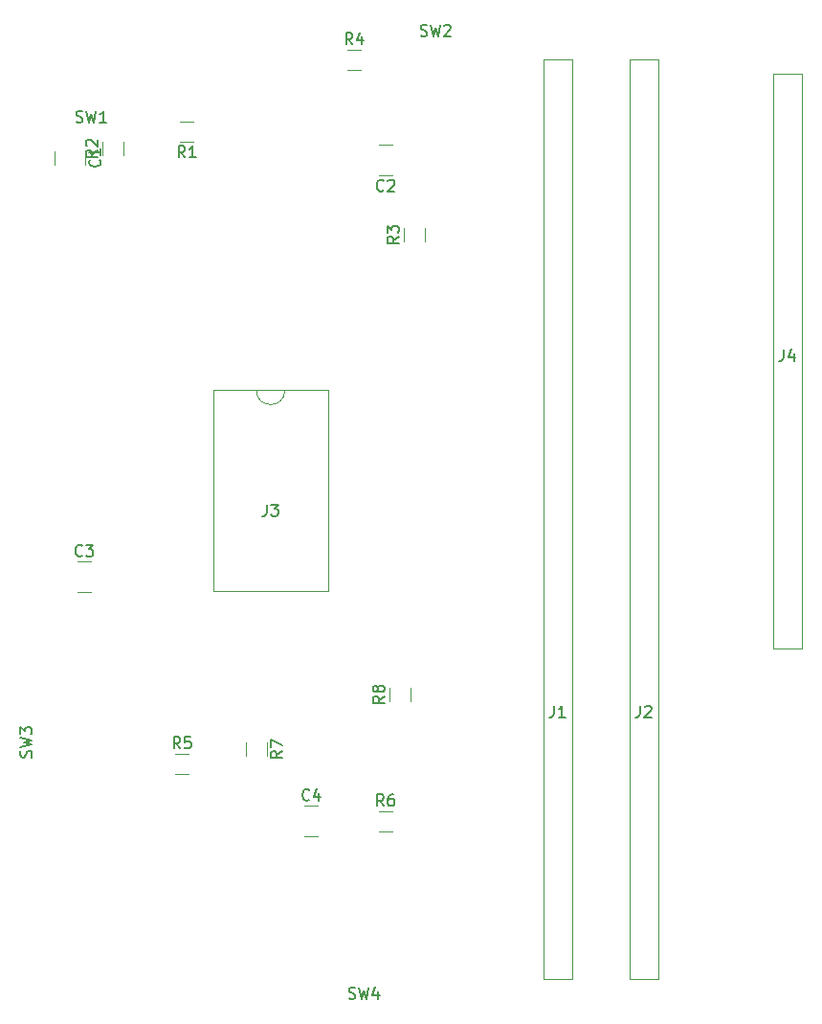
<source format=gto>
G04 #@! TF.GenerationSoftware,KiCad,Pcbnew,(5.1.0)-1*
G04 #@! TF.CreationDate,2019-04-18T22:20:22-04:00*
G04 #@! TF.ProjectId,Gen1,47656e31-2e6b-4696-9361-645f70636258,1*
G04 #@! TF.SameCoordinates,Original*
G04 #@! TF.FileFunction,Legend,Top*
G04 #@! TF.FilePolarity,Positive*
%FSLAX46Y46*%
G04 Gerber Fmt 4.6, Leading zero omitted, Abs format (unit mm)*
G04 Created by KiCad (PCBNEW (5.1.0)-1) date 2019-04-18 22:20:22*
%MOMM*%
%LPD*%
G04 APERTURE LIST*
%ADD10C,0.120000*%
%ADD11C,0.150000*%
G04 APERTURE END LIST*
D10*
X66040000Y-34290000D02*
X68580000Y-34290000D01*
X68580000Y-34290000D02*
X68580000Y-115570000D01*
X68580000Y-115570000D02*
X66040000Y-115570000D01*
X66040000Y-115570000D02*
X66040000Y-34290000D01*
X15150000Y-42360436D02*
X15150000Y-43564564D01*
X17870000Y-42360436D02*
X17870000Y-43564564D01*
X45052064Y-44540000D02*
X43847936Y-44540000D01*
X45052064Y-41820000D02*
X43847936Y-41820000D01*
X17177936Y-81370000D02*
X18382064Y-81370000D01*
X17177936Y-78650000D02*
X18382064Y-78650000D01*
X37280436Y-100240000D02*
X38484564Y-100240000D01*
X37280436Y-102960000D02*
X38484564Y-102960000D01*
X58420000Y-115570000D02*
X58420000Y-34290000D01*
X60960000Y-115570000D02*
X58420000Y-115570000D01*
X60960000Y-34290000D02*
X60960000Y-115570000D01*
X58420000Y-34290000D02*
X60960000Y-34290000D01*
X39370000Y-63500000D02*
X29210000Y-63500000D01*
X29210000Y-63500000D02*
X29210000Y-81280000D01*
X29210000Y-81280000D02*
X39370000Y-81280000D01*
X39370000Y-81280000D02*
X39370000Y-63500000D01*
X35560000Y-63500000D02*
G75*
G02X33020000Y-63500000I-1270000J0D01*
G01*
X81280000Y-86360000D02*
X78740000Y-86360000D01*
X78740000Y-86360000D02*
X78740000Y-35560000D01*
X78740000Y-35560000D02*
X81280000Y-35560000D01*
X81280000Y-35560000D02*
X81280000Y-86360000D01*
X27489564Y-39730000D02*
X26285436Y-39730000D01*
X27489564Y-41550000D02*
X26285436Y-41550000D01*
X19410000Y-42729564D02*
X19410000Y-41525436D01*
X21230000Y-42729564D02*
X21230000Y-41525436D01*
X47900000Y-50349564D02*
X47900000Y-49145436D01*
X46080000Y-50349564D02*
X46080000Y-49145436D01*
X41090436Y-33380000D02*
X42294564Y-33380000D01*
X41090436Y-35200000D02*
X42294564Y-35200000D01*
X25850436Y-97430000D02*
X27054564Y-97430000D01*
X25850436Y-95610000D02*
X27054564Y-95610000D01*
X43847936Y-102510000D02*
X45052064Y-102510000D01*
X43847936Y-100690000D02*
X45052064Y-100690000D01*
X33930000Y-94647936D02*
X33930000Y-95852064D01*
X32110000Y-94647936D02*
X32110000Y-95852064D01*
X44810000Y-90989564D02*
X44810000Y-89785436D01*
X46630000Y-90989564D02*
X46630000Y-89785436D01*
D11*
X66976666Y-91392380D02*
X66976666Y-92106666D01*
X66929047Y-92249523D01*
X66833809Y-92344761D01*
X66690952Y-92392380D01*
X66595714Y-92392380D01*
X67405238Y-91487619D02*
X67452857Y-91440000D01*
X67548095Y-91392380D01*
X67786190Y-91392380D01*
X67881428Y-91440000D01*
X67929047Y-91487619D01*
X67976666Y-91582857D01*
X67976666Y-91678095D01*
X67929047Y-91820952D01*
X67357619Y-92392380D01*
X67976666Y-92392380D01*
X19147142Y-43129166D02*
X19194761Y-43176785D01*
X19242380Y-43319642D01*
X19242380Y-43414880D01*
X19194761Y-43557738D01*
X19099523Y-43652976D01*
X19004285Y-43700595D01*
X18813809Y-43748214D01*
X18670952Y-43748214D01*
X18480476Y-43700595D01*
X18385238Y-43652976D01*
X18290000Y-43557738D01*
X18242380Y-43414880D01*
X18242380Y-43319642D01*
X18290000Y-43176785D01*
X18337619Y-43129166D01*
X19242380Y-42176785D02*
X19242380Y-42748214D01*
X19242380Y-42462500D02*
X18242380Y-42462500D01*
X18385238Y-42557738D01*
X18480476Y-42652976D01*
X18528095Y-42748214D01*
X44283333Y-45817142D02*
X44235714Y-45864761D01*
X44092857Y-45912380D01*
X43997619Y-45912380D01*
X43854761Y-45864761D01*
X43759523Y-45769523D01*
X43711904Y-45674285D01*
X43664285Y-45483809D01*
X43664285Y-45340952D01*
X43711904Y-45150476D01*
X43759523Y-45055238D01*
X43854761Y-44960000D01*
X43997619Y-44912380D01*
X44092857Y-44912380D01*
X44235714Y-44960000D01*
X44283333Y-45007619D01*
X44664285Y-45007619D02*
X44711904Y-44960000D01*
X44807142Y-44912380D01*
X45045238Y-44912380D01*
X45140476Y-44960000D01*
X45188095Y-45007619D01*
X45235714Y-45102857D01*
X45235714Y-45198095D01*
X45188095Y-45340952D01*
X44616666Y-45912380D01*
X45235714Y-45912380D01*
X17613333Y-78087142D02*
X17565714Y-78134761D01*
X17422857Y-78182380D01*
X17327619Y-78182380D01*
X17184761Y-78134761D01*
X17089523Y-78039523D01*
X17041904Y-77944285D01*
X16994285Y-77753809D01*
X16994285Y-77610952D01*
X17041904Y-77420476D01*
X17089523Y-77325238D01*
X17184761Y-77230000D01*
X17327619Y-77182380D01*
X17422857Y-77182380D01*
X17565714Y-77230000D01*
X17613333Y-77277619D01*
X17946666Y-77182380D02*
X18565714Y-77182380D01*
X18232380Y-77563333D01*
X18375238Y-77563333D01*
X18470476Y-77610952D01*
X18518095Y-77658571D01*
X18565714Y-77753809D01*
X18565714Y-77991904D01*
X18518095Y-78087142D01*
X18470476Y-78134761D01*
X18375238Y-78182380D01*
X18089523Y-78182380D01*
X17994285Y-78134761D01*
X17946666Y-78087142D01*
X37715833Y-99677142D02*
X37668214Y-99724761D01*
X37525357Y-99772380D01*
X37430119Y-99772380D01*
X37287261Y-99724761D01*
X37192023Y-99629523D01*
X37144404Y-99534285D01*
X37096785Y-99343809D01*
X37096785Y-99200952D01*
X37144404Y-99010476D01*
X37192023Y-98915238D01*
X37287261Y-98820000D01*
X37430119Y-98772380D01*
X37525357Y-98772380D01*
X37668214Y-98820000D01*
X37715833Y-98867619D01*
X38572976Y-99105714D02*
X38572976Y-99772380D01*
X38334880Y-98724761D02*
X38096785Y-99439047D01*
X38715833Y-99439047D01*
X59356666Y-91392380D02*
X59356666Y-92106666D01*
X59309047Y-92249523D01*
X59213809Y-92344761D01*
X59070952Y-92392380D01*
X58975714Y-92392380D01*
X60356666Y-92392380D02*
X59785238Y-92392380D01*
X60070952Y-92392380D02*
X60070952Y-91392380D01*
X59975714Y-91535238D01*
X59880476Y-91630476D01*
X59785238Y-91678095D01*
X33956666Y-73612380D02*
X33956666Y-74326666D01*
X33909047Y-74469523D01*
X33813809Y-74564761D01*
X33670952Y-74612380D01*
X33575714Y-74612380D01*
X34337619Y-73612380D02*
X34956666Y-73612380D01*
X34623333Y-73993333D01*
X34766190Y-73993333D01*
X34861428Y-74040952D01*
X34909047Y-74088571D01*
X34956666Y-74183809D01*
X34956666Y-74421904D01*
X34909047Y-74517142D01*
X34861428Y-74564761D01*
X34766190Y-74612380D01*
X34480476Y-74612380D01*
X34385238Y-74564761D01*
X34337619Y-74517142D01*
X79676666Y-59912380D02*
X79676666Y-60626666D01*
X79629047Y-60769523D01*
X79533809Y-60864761D01*
X79390952Y-60912380D01*
X79295714Y-60912380D01*
X80581428Y-60245714D02*
X80581428Y-60912380D01*
X80343333Y-59864761D02*
X80105238Y-60579047D01*
X80724285Y-60579047D01*
X26720833Y-42912380D02*
X26387500Y-42436190D01*
X26149404Y-42912380D02*
X26149404Y-41912380D01*
X26530357Y-41912380D01*
X26625595Y-41960000D01*
X26673214Y-42007619D01*
X26720833Y-42102857D01*
X26720833Y-42245714D01*
X26673214Y-42340952D01*
X26625595Y-42388571D01*
X26530357Y-42436190D01*
X26149404Y-42436190D01*
X27673214Y-42912380D02*
X27101785Y-42912380D01*
X27387500Y-42912380D02*
X27387500Y-41912380D01*
X27292261Y-42055238D01*
X27197023Y-42150476D01*
X27101785Y-42198095D01*
X18952380Y-42294166D02*
X18476190Y-42627500D01*
X18952380Y-42865595D02*
X17952380Y-42865595D01*
X17952380Y-42484642D01*
X18000000Y-42389404D01*
X18047619Y-42341785D01*
X18142857Y-42294166D01*
X18285714Y-42294166D01*
X18380952Y-42341785D01*
X18428571Y-42389404D01*
X18476190Y-42484642D01*
X18476190Y-42865595D01*
X18047619Y-41913214D02*
X18000000Y-41865595D01*
X17952380Y-41770357D01*
X17952380Y-41532261D01*
X18000000Y-41437023D01*
X18047619Y-41389404D01*
X18142857Y-41341785D01*
X18238095Y-41341785D01*
X18380952Y-41389404D01*
X18952380Y-41960833D01*
X18952380Y-41341785D01*
X45622380Y-49914166D02*
X45146190Y-50247500D01*
X45622380Y-50485595D02*
X44622380Y-50485595D01*
X44622380Y-50104642D01*
X44670000Y-50009404D01*
X44717619Y-49961785D01*
X44812857Y-49914166D01*
X44955714Y-49914166D01*
X45050952Y-49961785D01*
X45098571Y-50009404D01*
X45146190Y-50104642D01*
X45146190Y-50485595D01*
X44622380Y-49580833D02*
X44622380Y-48961785D01*
X45003333Y-49295119D01*
X45003333Y-49152261D01*
X45050952Y-49057023D01*
X45098571Y-49009404D01*
X45193809Y-48961785D01*
X45431904Y-48961785D01*
X45527142Y-49009404D01*
X45574761Y-49057023D01*
X45622380Y-49152261D01*
X45622380Y-49437976D01*
X45574761Y-49533214D01*
X45527142Y-49580833D01*
X41525833Y-32922380D02*
X41192500Y-32446190D01*
X40954404Y-32922380D02*
X40954404Y-31922380D01*
X41335357Y-31922380D01*
X41430595Y-31970000D01*
X41478214Y-32017619D01*
X41525833Y-32112857D01*
X41525833Y-32255714D01*
X41478214Y-32350952D01*
X41430595Y-32398571D01*
X41335357Y-32446190D01*
X40954404Y-32446190D01*
X42382976Y-32255714D02*
X42382976Y-32922380D01*
X42144880Y-31874761D02*
X41906785Y-32589047D01*
X42525833Y-32589047D01*
X26285833Y-95152380D02*
X25952500Y-94676190D01*
X25714404Y-95152380D02*
X25714404Y-94152380D01*
X26095357Y-94152380D01*
X26190595Y-94200000D01*
X26238214Y-94247619D01*
X26285833Y-94342857D01*
X26285833Y-94485714D01*
X26238214Y-94580952D01*
X26190595Y-94628571D01*
X26095357Y-94676190D01*
X25714404Y-94676190D01*
X27190595Y-94152380D02*
X26714404Y-94152380D01*
X26666785Y-94628571D01*
X26714404Y-94580952D01*
X26809642Y-94533333D01*
X27047738Y-94533333D01*
X27142976Y-94580952D01*
X27190595Y-94628571D01*
X27238214Y-94723809D01*
X27238214Y-94961904D01*
X27190595Y-95057142D01*
X27142976Y-95104761D01*
X27047738Y-95152380D01*
X26809642Y-95152380D01*
X26714404Y-95104761D01*
X26666785Y-95057142D01*
X44283333Y-100232380D02*
X43950000Y-99756190D01*
X43711904Y-100232380D02*
X43711904Y-99232380D01*
X44092857Y-99232380D01*
X44188095Y-99280000D01*
X44235714Y-99327619D01*
X44283333Y-99422857D01*
X44283333Y-99565714D01*
X44235714Y-99660952D01*
X44188095Y-99708571D01*
X44092857Y-99756190D01*
X43711904Y-99756190D01*
X45140476Y-99232380D02*
X44950000Y-99232380D01*
X44854761Y-99280000D01*
X44807142Y-99327619D01*
X44711904Y-99470476D01*
X44664285Y-99660952D01*
X44664285Y-100041904D01*
X44711904Y-100137142D01*
X44759523Y-100184761D01*
X44854761Y-100232380D01*
X45045238Y-100232380D01*
X45140476Y-100184761D01*
X45188095Y-100137142D01*
X45235714Y-100041904D01*
X45235714Y-99803809D01*
X45188095Y-99708571D01*
X45140476Y-99660952D01*
X45045238Y-99613333D01*
X44854761Y-99613333D01*
X44759523Y-99660952D01*
X44711904Y-99708571D01*
X44664285Y-99803809D01*
X35292380Y-95416666D02*
X34816190Y-95750000D01*
X35292380Y-95988095D02*
X34292380Y-95988095D01*
X34292380Y-95607142D01*
X34340000Y-95511904D01*
X34387619Y-95464285D01*
X34482857Y-95416666D01*
X34625714Y-95416666D01*
X34720952Y-95464285D01*
X34768571Y-95511904D01*
X34816190Y-95607142D01*
X34816190Y-95988095D01*
X34292380Y-95083333D02*
X34292380Y-94416666D01*
X35292380Y-94845238D01*
X44352380Y-90554166D02*
X43876190Y-90887500D01*
X44352380Y-91125595D02*
X43352380Y-91125595D01*
X43352380Y-90744642D01*
X43400000Y-90649404D01*
X43447619Y-90601785D01*
X43542857Y-90554166D01*
X43685714Y-90554166D01*
X43780952Y-90601785D01*
X43828571Y-90649404D01*
X43876190Y-90744642D01*
X43876190Y-91125595D01*
X43780952Y-89982738D02*
X43733333Y-90077976D01*
X43685714Y-90125595D01*
X43590476Y-90173214D01*
X43542857Y-90173214D01*
X43447619Y-90125595D01*
X43400000Y-90077976D01*
X43352380Y-89982738D01*
X43352380Y-89792261D01*
X43400000Y-89697023D01*
X43447619Y-89649404D01*
X43542857Y-89601785D01*
X43590476Y-89601785D01*
X43685714Y-89649404D01*
X43733333Y-89697023D01*
X43780952Y-89792261D01*
X43780952Y-89982738D01*
X43828571Y-90077976D01*
X43876190Y-90125595D01*
X43971428Y-90173214D01*
X44161904Y-90173214D01*
X44257142Y-90125595D01*
X44304761Y-90077976D01*
X44352380Y-89982738D01*
X44352380Y-89792261D01*
X44304761Y-89697023D01*
X44257142Y-89649404D01*
X44161904Y-89601785D01*
X43971428Y-89601785D01*
X43876190Y-89649404D01*
X43828571Y-89697023D01*
X43780952Y-89792261D01*
X17081666Y-39774761D02*
X17224523Y-39822380D01*
X17462619Y-39822380D01*
X17557857Y-39774761D01*
X17605476Y-39727142D01*
X17653095Y-39631904D01*
X17653095Y-39536666D01*
X17605476Y-39441428D01*
X17557857Y-39393809D01*
X17462619Y-39346190D01*
X17272142Y-39298571D01*
X17176904Y-39250952D01*
X17129285Y-39203333D01*
X17081666Y-39108095D01*
X17081666Y-39012857D01*
X17129285Y-38917619D01*
X17176904Y-38870000D01*
X17272142Y-38822380D01*
X17510238Y-38822380D01*
X17653095Y-38870000D01*
X17986428Y-38822380D02*
X18224523Y-39822380D01*
X18415000Y-39108095D01*
X18605476Y-39822380D01*
X18843571Y-38822380D01*
X19748333Y-39822380D02*
X19176904Y-39822380D01*
X19462619Y-39822380D02*
X19462619Y-38822380D01*
X19367380Y-38965238D01*
X19272142Y-39060476D01*
X19176904Y-39108095D01*
X47561666Y-32154761D02*
X47704523Y-32202380D01*
X47942619Y-32202380D01*
X48037857Y-32154761D01*
X48085476Y-32107142D01*
X48133095Y-32011904D01*
X48133095Y-31916666D01*
X48085476Y-31821428D01*
X48037857Y-31773809D01*
X47942619Y-31726190D01*
X47752142Y-31678571D01*
X47656904Y-31630952D01*
X47609285Y-31583333D01*
X47561666Y-31488095D01*
X47561666Y-31392857D01*
X47609285Y-31297619D01*
X47656904Y-31250000D01*
X47752142Y-31202380D01*
X47990238Y-31202380D01*
X48133095Y-31250000D01*
X48466428Y-31202380D02*
X48704523Y-32202380D01*
X48895000Y-31488095D01*
X49085476Y-32202380D01*
X49323571Y-31202380D01*
X49656904Y-31297619D02*
X49704523Y-31250000D01*
X49799761Y-31202380D01*
X50037857Y-31202380D01*
X50133095Y-31250000D01*
X50180714Y-31297619D01*
X50228333Y-31392857D01*
X50228333Y-31488095D01*
X50180714Y-31630952D01*
X49609285Y-32202380D01*
X50228333Y-32202380D01*
X13104761Y-95948333D02*
X13152380Y-95805476D01*
X13152380Y-95567380D01*
X13104761Y-95472142D01*
X13057142Y-95424523D01*
X12961904Y-95376904D01*
X12866666Y-95376904D01*
X12771428Y-95424523D01*
X12723809Y-95472142D01*
X12676190Y-95567380D01*
X12628571Y-95757857D01*
X12580952Y-95853095D01*
X12533333Y-95900714D01*
X12438095Y-95948333D01*
X12342857Y-95948333D01*
X12247619Y-95900714D01*
X12200000Y-95853095D01*
X12152380Y-95757857D01*
X12152380Y-95519761D01*
X12200000Y-95376904D01*
X12152380Y-95043571D02*
X13152380Y-94805476D01*
X12438095Y-94615000D01*
X13152380Y-94424523D01*
X12152380Y-94186428D01*
X12152380Y-93900714D02*
X12152380Y-93281666D01*
X12533333Y-93615000D01*
X12533333Y-93472142D01*
X12580952Y-93376904D01*
X12628571Y-93329285D01*
X12723809Y-93281666D01*
X12961904Y-93281666D01*
X13057142Y-93329285D01*
X13104761Y-93376904D01*
X13152380Y-93472142D01*
X13152380Y-93757857D01*
X13104761Y-93853095D01*
X13057142Y-93900714D01*
X41211666Y-117244761D02*
X41354523Y-117292380D01*
X41592619Y-117292380D01*
X41687857Y-117244761D01*
X41735476Y-117197142D01*
X41783095Y-117101904D01*
X41783095Y-117006666D01*
X41735476Y-116911428D01*
X41687857Y-116863809D01*
X41592619Y-116816190D01*
X41402142Y-116768571D01*
X41306904Y-116720952D01*
X41259285Y-116673333D01*
X41211666Y-116578095D01*
X41211666Y-116482857D01*
X41259285Y-116387619D01*
X41306904Y-116340000D01*
X41402142Y-116292380D01*
X41640238Y-116292380D01*
X41783095Y-116340000D01*
X42116428Y-116292380D02*
X42354523Y-117292380D01*
X42545000Y-116578095D01*
X42735476Y-117292380D01*
X42973571Y-116292380D01*
X43783095Y-116625714D02*
X43783095Y-117292380D01*
X43545000Y-116244761D02*
X43306904Y-116959047D01*
X43925952Y-116959047D01*
M02*

</source>
